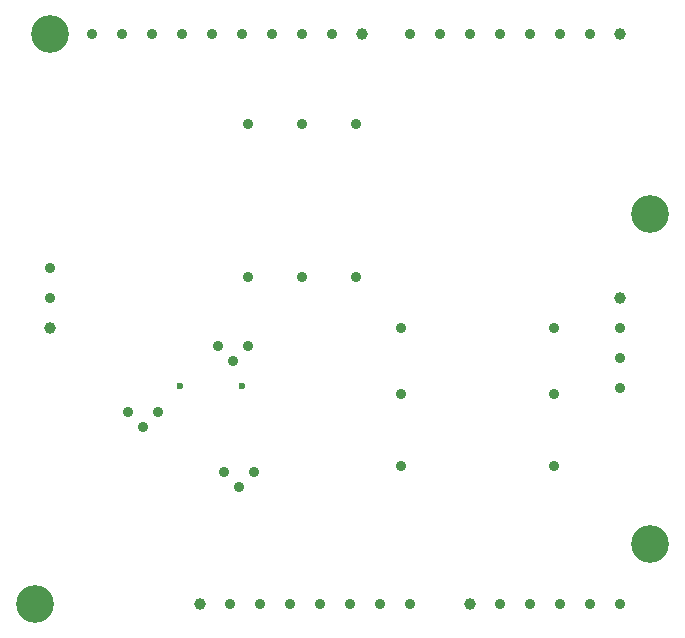
<source format=gbr>
G04 Generated by Ultiboard 14.1 *
%FSLAX34Y34*%
%MOMM*%

%ADD10C,0.0001*%
%ADD11C,3.2000*%
%ADD12C,0.8890*%
%ADD13C,0.9949*%
%ADD14C,0.9000*%
%ADD15C,0.6000*%


G04 ColorRGB 000000 for the following layer *
%LNDrill-Copper Top-Copper Bottom*%
%LPD*%
G54D11*
X660400Y355600D03*
X139700Y25400D03*
X660400Y76200D03*
X152400Y508000D03*
G54D12*
X457200Y25400D03*
X330200Y25400D03*
X304800Y25400D03*
X355600Y25400D03*
X406400Y25400D03*
X381000Y25400D03*
X431800Y25400D03*
X533400Y25400D03*
X558800Y25400D03*
X609600Y25400D03*
X584200Y25400D03*
X635000Y25400D03*
X340360Y508000D03*
X365760Y508000D03*
X391160Y508000D03*
X289560Y508000D03*
X314960Y508000D03*
X264160Y508000D03*
X213360Y508000D03*
X238760Y508000D03*
X187960Y508000D03*
X635000Y233680D03*
X635000Y259080D03*
X635000Y208280D03*
X457200Y508000D03*
X584200Y508000D03*
X609600Y508000D03*
X558800Y508000D03*
X508000Y508000D03*
X533400Y508000D03*
X482600Y508000D03*
X325120Y137160D03*
X312420Y124460D03*
X299720Y137160D03*
X243840Y187960D03*
X231140Y175260D03*
X218440Y187960D03*
X320040Y243840D03*
X307340Y231140D03*
X294640Y243840D03*
X152400Y284480D03*
X152400Y309880D03*
G54D13*
X279400Y25400D03*
X508000Y25400D03*
X416560Y508000D03*
X635000Y284480D03*
X635000Y508000D03*
X152400Y259080D03*
G54D14*
X411480Y301800D03*
X411480Y431800D03*
X365760Y301800D03*
X365760Y431800D03*
X320040Y301800D03*
X320040Y431800D03*
X449120Y203200D03*
X579120Y203200D03*
X449120Y259080D03*
X579120Y259080D03*
X449120Y142240D03*
X579120Y142240D03*
G54D15*
X262500Y210000D03*
X315000Y210000D03*

M02*

</source>
